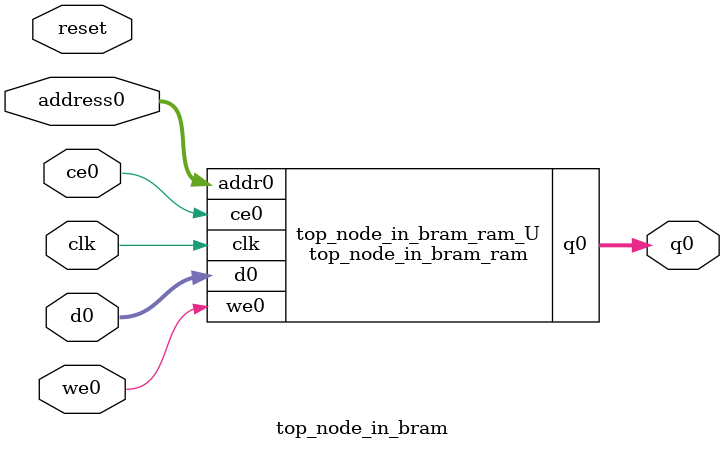
<source format=v>

`timescale 1 ns / 1 ps
module top_node_in_bram_ram (addr0, ce0, d0, we0, q0,  clk);

parameter DWIDTH = 32;
parameter AWIDTH = 16;
parameter MEM_SIZE = 45856;

input[AWIDTH-1:0] addr0;
input ce0;
input[DWIDTH-1:0] d0;
input we0;
output reg[DWIDTH-1:0] q0;
input clk;

(* ram_style = "block" *)reg [DWIDTH-1:0] ram[0:MEM_SIZE-1];




always @(posedge clk)  
begin 
    if (ce0) 
    begin
        if (we0) 
        begin 
            ram[addr0] <= d0; 
            q0 <= d0;
        end 
        else 
            q0 <= ram[addr0];
    end
end


endmodule


`timescale 1 ns / 1 ps
module top_node_in_bram(
    reset,
    clk,
    address0,
    ce0,
    we0,
    d0,
    q0);

parameter DataWidth = 32'd32;
parameter AddressRange = 32'd45856;
parameter AddressWidth = 32'd16;
input reset;
input clk;
input[AddressWidth - 1:0] address0;
input ce0;
input we0;
input[DataWidth - 1:0] d0;
output[DataWidth - 1:0] q0;



top_node_in_bram_ram top_node_in_bram_ram_U(
    .clk( clk ),
    .addr0( address0 ),
    .ce0( ce0 ),
    .d0( d0 ),
    .we0( we0 ),
    .q0( q0 ));

endmodule


</source>
